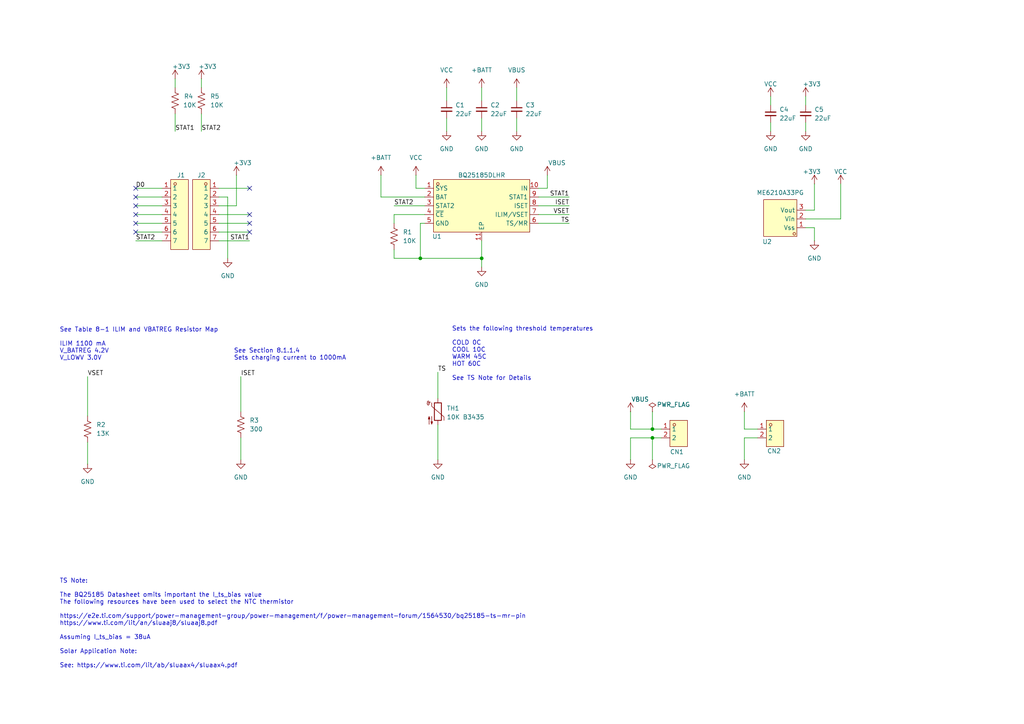
<source format=kicad_sch>
(kicad_sch (version 20250114) (generator "eeschema") (generator_version "9.0")
  (paper "A4")
  (lib_symbols
    (symbol "Device:C_Small" (pin_numbers (hide yes)) (pin_names (offset 0.254) (hide yes))
      (property "Reference" "C" (at 0.254 1.778 0))
      (property "Value" "C_Small" (at 0.254 -2.032 0))
      (symbol "C_Small_0_1"
        (polyline (pts (xy -1.524 0.508) (xy 1.524 0.508)) (stroke (width 0.3048)))
        (polyline (pts (xy -1.524 -0.508) (xy 1.524 -0.508)) (stroke (width 0.3302)))
      )
      (symbol "C_Small_1_1"
        (pin passive line (at 0 2.54 270) (length 2.032) (name "~") (number "1"))
        (pin passive line (at 0 -2.54 90) (length 2.032) (name "~") (number "2"))
      )
    )
    (symbol "Device:R_US" (pin_numbers (hide yes)) (pin_names (offset 0))
      (property "Reference" "R" (at 2.54 0 90))
      (property "Value" "R_US" (at -2.54 0 90))
      (symbol "R_US_0_1"
        (polyline (pts (xy 0 2.286) (xy 0 2.54)))
        (polyline (pts (xy 0 2.286) (xy 1.016 1.905) (xy 0 1.524) (xy -1.016 1.143) (xy 0 0.762)))
        (polyline (pts (xy 0 0.762) (xy 1.016 0.381) (xy 0 0) (xy -1.016 -0.381) (xy 0 -0.762)))
        (polyline (pts (xy 0 -0.762) (xy 1.016 -1.143) (xy 0 -1.524) (xy -1.016 -1.905) (xy 0 -2.286)))
        (polyline (pts (xy 0 -2.286) (xy 0 -2.54)))
      )
      (symbol "R_US_1_1"
        (pin passive line (at 0 3.81 270) (length 1.27) (name "~") (number "1"))
        (pin passive line (at 0 -3.81 90) (length 1.27) (name "~") (number "2"))
      )
    )
    (symbol "Device:Thermistor_NTC" (pin_numbers (hide yes)) (pin_names (offset 0))
      (property "Reference" "TH" (at -4.445 0 90))
      (property "Value" "Thermistor_NTC" (at 3.175 0 90))
      (symbol "Thermistor_NTC_0_1"
        (arc (start -3.175 2.413) (mid -3.0506 2.3165) (end -3.048 2.159))
        (arc (start -3.048 2.794) (mid -2.9736 2.9736) (end -2.794 3.048))
        (arc (start -2.794 3.048) (mid -2.6144 2.9736) (end -2.54 2.794))
        (arc (start -2.794 2.54) (mid -2.9736 2.6144) (end -3.048 2.794))
        (arc (start -2.794 1.905) (mid -2.9736 1.9794) (end -3.048 2.159))
        (arc (start -2.54 2.159) (mid -2.6144 1.9794) (end -2.794 1.905))
        (arc (start -2.159 2.794) (mid -2.434 2.5608) (end -2.794 2.54))
        (polyline (pts (xy -2.54 2.159) (xy -2.54 2.794)))
        (polyline (pts (xy -2.54 -3.683) (xy -2.54 -1.397) (xy -2.794 -2.159) (xy -2.286 -2.159) (xy -2.54 -1.397) (xy -2.54 -1.651)) (fill (type outline)))
        (polyline (pts (xy -1.778 2.54) (xy -1.778 1.524) (xy 1.778 -1.524) (xy 1.778 -2.54)))
        (polyline (pts (xy -1.778 -1.397) (xy -1.778 -3.683) (xy -2.032 -2.921) (xy -1.524 -2.921) (xy -1.778 -3.683) (xy -1.778 -3.429)) (fill (type outline)))
        (rectangle (start -1.016 2.54) (end 1.016 -2.54) (stroke (width 0.254)))
      )
      (symbol "Thermistor_NTC_1_1"
        (pin passive line (at 0 3.81 270) (length 1.27) (name "~") (number "1"))
        (pin passive line (at 0 -3.81 90) (length 1.27) (name "~") (number "2"))
      )
    )
    (symbol "easyeda2kicad:1165SDIG-07"
      (property "Reference" "H" (at 0 12.7 0))
      (property "Value" "1165SDIG-07" (at 0 -12.7 0))
      (symbol "1165SDIG-07_0_1"
        (rectangle (start -2.54 10.16) (end 2.54 -10.16) (fill (type background)))
        (circle (center -1.27 8.89) (radius 0.38))
      )
      (symbol "1165SDIG-07_1_1"
        (pin free line (at -5.08 7.62 0) (length 2.54) (name "1") (number "1"))
        (pin free line (at -5.08 5.08 0) (length 2.54) (name "2") (number "2"))
        (pin free line (at -5.08 2.54 0) (length 2.54) (name "3") (number "3"))
        (pin free line (at -5.08 0 0) (length 2.54) (name "4") (number "4"))
        (pin free line (at -5.08 -2.54 0) (length 2.54) (name "5") (number "5"))
        (pin free line (at -5.08 -5.08 0) (length 2.54) (name "6") (number "6"))
        (pin free line (at -5.08 -7.62 0) (length 2.54) (name "7") (number "7"))
      )
    )
    (symbol "easyeda2kicad:BQ25185DLHR"
      (property "Reference" "U" (at 0 10.16 0))
      (property "Value" "BQ25185DLHR" (at 0 -15.24 0))
      (symbol "BQ25185DLHR_0_1"
        (rectangle (start -13.97 7.62) (end 13.97 -7.62) (fill (type background)))
        (circle (center -12.7 6.35) (radius 0.38))
      )
      (symbol "BQ25185DLHR_1_1"
        (pin power_out line (at -16.51 5.08 0) (length 2.54) (name "SYS") (number "1"))
        (pin power_out line (at -16.51 2.54 0) (length 2.54) (name "BAT") (number "2"))
        (pin open_collector line (at -16.51 0 0) (length 2.54) (name "STAT2") (number "3"))
        (pin passive line (at -16.51 -2.54 0) (length 2.54) (name "~{CE}") (number "4"))
        (pin power_in line (at -16.51 -5.08 0) (length 2.54) (name "GND") (number "5"))
        (pin free line (at 0 -10.16 90) (length 2.54) (name "EP") (number "11"))
        (pin power_in line (at 16.51 5.08 180) (length 2.54) (name "IN") (number "10"))
        (pin open_collector line (at 16.51 2.54 180) (length 2.54) (name "STAT1") (number "9"))
        (pin passive line (at 16.51 0 180) (length 2.54) (name "ISET") (number "8"))
        (pin passive line (at 16.51 -2.54 180) (length 2.54) (name "ILIM/VSET") (number "7"))
        (pin passive line (at 16.51 -5.08 180) (length 2.54) (name "TS/MR") (number "6"))
      )
    )
    (symbol "easyeda2kicad:ME6210A33PG"
      (property "Reference" "U" (at 0 7.62 0))
      (property "Value" "ME6210A33PG" (at 0 -7.62 0))
      (symbol "ME6210A33PG_0_1"
        (rectangle (start -3.81 5.08) (end 5.84 -5.59) (fill (type background)))
        (circle (center -3.05 4.32) (radius 0.38))
      )
      (symbol "ME6210A33PG_1_1"
        (pin power_in line (at -6.35 2.54 0) (length 2.54) (name "Vss") (number "1"))
        (pin power_in line (at -6.35 0 0) (length 2.54) (name "Vin") (number "2"))
        (pin power_out line (at -6.35 -2.54 0) (length 2.54) (name "Vout") (number "3"))
      )
    )
    (symbol "easyeda2kicad:XY122V-5.08-2P"
      (property "Reference" "CN" (at 0 6.35 0))
      (property "Value" "XY122V-5.08-2P" (at 0 -6.35 0))
      (symbol "XY122V-5.08-2P_0_1"
        (rectangle (start -2.54 3.81) (end 2.54 -3.81) (fill (type background)))
        (circle (center -1.27 2.54) (radius 0.38))
      )
      (symbol "XY122V-5.08-2P_1_1"
        (pin free line (at -5.08 1.27 0) (length 2.54) (name "1") (number "1"))
        (pin free line (at -5.08 -1.27 0) (length 2.54) (name "2") (number "2"))
      )
    )
    (symbol "power:+3V3" (power) (pin_numbers (hide yes)) (pin_names (offset 0) (hide yes))
      (property "Value" "+3V3" (at 0 3.556 0))
      (symbol "+3V3_0_1"
        (polyline (pts (xy -0.762 1.27) (xy 0 2.54)))
        (polyline (pts (xy 0 2.54) (xy 0.762 1.27)))
        (polyline (pts (xy 0 0) (xy 0 2.54)))
      )
      (symbol "+3V3_1_1"
        (pin power_in line (at 0 0 90) (length 0) (name "~") (number "1"))
      )
    )
    (symbol "power:+BATT" (power) (pin_numbers (hide yes)) (pin_names (offset 0) (hide yes))
      (property "Value" "+BATT" (at 0 3.556 0))
      (symbol "+BATT_0_1"
        (polyline (pts (xy -0.762 1.27) (xy 0 2.54)))
        (polyline (pts (xy 0 2.54) (xy 0.762 1.27)))
        (polyline (pts (xy 0 0) (xy 0 2.54)))
      )
      (symbol "+BATT_1_1"
        (pin power_in line (at 0 0 90) (length 0) (name "~") (number "1"))
      )
    )
    (symbol "power:GND" (power) (pin_numbers (hide yes)) (pin_names (offset 0) (hide yes))
      (property "Value" "GND" (at 0 -3.81 0))
      (symbol "GND_0_1"
        (polyline (pts (xy 0 0) (xy 0 -1.27) (xy 1.27 -1.27) (xy 0 -2.54) (xy -1.27 -1.27) (xy 0 -1.27)))
      )
      (symbol "GND_1_1"
        (pin power_in line (at 0 0 270) (length 0) (name "~") (number "1"))
      )
    )
    (symbol "power:PWR_FLAG" (power) (pin_numbers (hide yes)) (pin_names (offset 0) (hide yes))
      (property "Value" "PWR_FLAG" (at 0 3.81 0))
      (symbol "PWR_FLAG_0_0"
        (pin power_out line (at 0 0 90) (length 0) (name "~") (number "1"))
      )
      (symbol "PWR_FLAG_0_1"
        (polyline (pts (xy 0 0) (xy 0 1.27) (xy -1.016 1.905) (xy 0 2.54) (xy 1.016 1.905) (xy 0 1.27)))
      )
    )
    (symbol "power:VBUS" (power) (pin_numbers (hide yes)) (pin_names (offset 0) (hide yes))
      (property "Value" "VBUS" (at 0 3.556 0))
      (symbol "VBUS_0_1"
        (polyline (pts (xy -0.762 1.27) (xy 0 2.54)))
        (polyline (pts (xy 0 2.54) (xy 0.762 1.27)))
        (polyline (pts (xy 0 0) (xy 0 2.54)))
      )
      (symbol "VBUS_1_1"
        (pin power_in line (at 0 0 90) (length 0) (name "~") (number "1"))
      )
    )
    (symbol "power:VCC" (power) (pin_numbers (hide yes)) (pin_names (offset 0) (hide yes))
      (property "Value" "VCC" (at 0 3.556 0))
      (symbol "VCC_0_1"
        (polyline (pts (xy -0.762 1.27) (xy 0 2.54)))
        (polyline (pts (xy 0 2.54) (xy 0.762 1.27)))
        (polyline (pts (xy 0 0) (xy 0 2.54)))
      )
      (symbol "VCC_1_1"
        (pin power_in line (at 0 0 90) (length 0) (name "~") (number "1"))
      )
    )
  )
  (text "TS Note:\n\nThe BQ25185 Datasheet omits important the I_ts_bias value\nThe following resources have been used to select the NTC thermistor\n\nhttps://e2e.ti.com/support/power-management-group/power-management/f/power-management-forum/1564530/bq25185-ts-mr-pin\nhttps://www.ti.com/lit/an/sluaaj8/sluaaj8.pdf\n\nAssuming I_ts_bias = 38uA\n\nSolar Application Note:\n\nSee: https://www.ti.com/lit/ab/sluaax4/sluaax4.pdf" (at 17.272 180.848 0) (effects (font (size 1.27 1.27)) (justify left)))
  (text "See Section 8.1.1.4\nSets charging current to 1000mA" (at 67.818 102.87 0) (effects (font (size 1.27 1.27)) (justify left)))
  (text "Sets the following threshold temperatures\n\nCOLD 0C\nCOOL 10C\nWARM 45C\nHOT 60C\n\nSee TS Note for Details" (at 131.064 102.616 0) (effects (font (size 1.27 1.27)) (justify left)))
  (text "See Table 8-1 ILIM and VBATREG Resistor Map\n\nILIM 1100 mA\nV_BATREG 4.2V\nV_LOWV 3.0V" (at 17.272 99.822 0) (effects (font (size 1.27 1.27)) (justify left)))
  (junction (at 189.23 124.46))
  (junction (at 189.23 127))
  (junction (at 121.92 74.93))
  (junction (at 139.7 74.93))
  (no_connect (at 39.37 67.31))
  (no_connect (at 72.39 62.23))
  (no_connect (at 39.37 64.77))
  (no_connect (at 39.37 62.23))
  (no_connect (at 39.37 57.15))
  (no_connect (at 39.37 54.61))
  (no_connect (at 72.39 67.31))
  (no_connect (at 72.39 64.77))
  (no_connect (at 72.39 54.61))
  (no_connect (at 39.37 59.69))
  (wire (pts (xy 114.3 62.23) (xy 123.19 62.23)))
  (wire (pts (xy 156.21 59.69) (xy 165.1 59.69)))
  (wire (pts (xy 215.9 127) (xy 215.9 133.35)))
  (wire (pts (xy 149.86 34.29) (xy 149.86 38.1)))
  (wire (pts (xy 68.58 50.8) (xy 68.58 59.69)))
  (wire (pts (xy 156.21 57.15) (xy 165.1 57.15)))
  (wire (pts (xy 25.4 109.22) (xy 25.4 120.65)))
  (wire (pts (xy 121.92 74.93) (xy 139.7 74.93)))
  (wire (pts (xy 25.4 128.27) (xy 25.4 134.62)))
  (wire (pts (xy 123.19 54.61) (xy 120.65 54.61)))
  (wire (pts (xy 114.3 59.69) (xy 123.19 59.69)))
  (wire (pts (xy 182.88 127) (xy 182.88 133.35)))
  (wire (pts (xy 156.21 54.61) (xy 158.75 54.61)))
  (wire (pts (xy 127 107.95) (xy 127 115.57)))
  (wire (pts (xy 156.21 62.23) (xy 165.1 62.23)))
  (wire (pts (xy 219.71 124.46) (xy 215.9 124.46)))
  (wire (pts (xy 189.23 119.38) (xy 189.23 124.46)))
  (wire (pts (xy 66.04 57.15) (xy 66.04 74.93)))
  (wire (pts (xy 191.77 124.46) (xy 189.23 124.46)))
  (wire (pts (xy 219.71 127) (xy 215.9 127)))
  (wire (pts (xy 139.7 69.85) (xy 139.7 74.93)))
  (wire (pts (xy 149.86 25.4) (xy 149.86 29.21)))
  (wire (pts (xy 233.68 63.5) (xy 243.84 63.5)))
  (wire (pts (xy 189.23 124.46) (xy 182.88 124.46)))
  (wire (pts (xy 63.5 62.23) (xy 72.39 62.23)))
  (wire (pts (xy 50.8 22.86) (xy 50.8 25.4)))
  (wire (pts (xy 129.54 25.4) (xy 129.54 29.21)))
  (wire (pts (xy 39.37 57.15) (xy 46.99 57.15)))
  (wire (pts (xy 121.92 64.77) (xy 121.92 74.93)))
  (wire (pts (xy 63.5 59.69) (xy 68.58 59.69)))
  (wire (pts (xy 120.65 50.8) (xy 120.65 54.61)))
  (wire (pts (xy 182.88 127) (xy 189.23 127)))
  (wire (pts (xy 123.19 64.77) (xy 121.92 64.77)))
  (wire (pts (xy 189.23 127) (xy 189.23 133.35)))
  (wire (pts (xy 139.7 25.4) (xy 139.7 29.21)))
  (wire (pts (xy 233.68 66.04) (xy 236.22 66.04)))
  (wire (pts (xy 233.68 27.94) (xy 233.68 30.48)))
  (wire (pts (xy 39.37 67.31) (xy 46.99 67.31)))
  (wire (pts (xy 236.22 66.04) (xy 236.22 69.85)))
  (wire (pts (xy 39.37 64.77) (xy 46.99 64.77)))
  (wire (pts (xy 158.75 50.8) (xy 158.75 54.61)))
  (wire (pts (xy 63.5 67.31) (xy 72.39 67.31)))
  (wire (pts (xy 223.52 27.94) (xy 223.52 30.48)))
  (wire (pts (xy 129.54 34.29) (xy 129.54 38.1)))
  (wire (pts (xy 114.3 72.39) (xy 114.3 74.93)))
  (wire (pts (xy 58.42 22.86) (xy 58.42 25.4)))
  (wire (pts (xy 69.85 109.22) (xy 69.85 119.38)))
  (wire (pts (xy 114.3 62.23) (xy 114.3 64.77)))
  (wire (pts (xy 236.22 53.34) (xy 236.22 60.96)))
  (wire (pts (xy 233.68 35.56) (xy 233.68 38.1)))
  (wire (pts (xy 50.8 33.02) (xy 50.8 38.1)))
  (wire (pts (xy 63.5 69.85) (xy 72.39 69.85)))
  (wire (pts (xy 156.21 64.77) (xy 165.1 64.77)))
  (wire (pts (xy 191.77 127) (xy 189.23 127)))
  (wire (pts (xy 233.68 60.96) (xy 236.22 60.96)))
  (wire (pts (xy 63.5 64.77) (xy 72.39 64.77)))
  (wire (pts (xy 139.7 74.93) (xy 139.7 77.47)))
  (wire (pts (xy 39.37 69.85) (xy 46.99 69.85)))
  (wire (pts (xy 123.19 57.15) (xy 110.49 57.15)))
  (wire (pts (xy 182.88 119.38) (xy 182.88 124.46)))
  (wire (pts (xy 243.84 53.34) (xy 243.84 63.5)))
  (wire (pts (xy 139.7 34.29) (xy 139.7 38.1)))
  (wire (pts (xy 223.52 35.56) (xy 223.52 38.1)))
  (wire (pts (xy 39.37 54.61) (xy 46.99 54.61)))
  (wire (pts (xy 58.42 33.02) (xy 58.42 38.1)))
  (wire (pts (xy 69.85 127) (xy 69.85 133.35)))
  (wire (pts (xy 215.9 119.38) (xy 215.9 124.46)))
  (wire (pts (xy 114.3 74.93) (xy 121.92 74.93)))
  (wire (pts (xy 127 123.19) (xy 127 133.35)))
  (wire (pts (xy 39.37 62.23) (xy 46.99 62.23)))
  (wire (pts (xy 63.5 57.15) (xy 66.04 57.15)))
  (wire (pts (xy 63.5 54.61) (xy 72.39 54.61)))
  (wire (pts (xy 39.37 59.69) (xy 46.99 59.69)))
  (wire (pts (xy 110.49 50.8) (xy 110.49 57.15)))
  (label "ISET" (at 165.1 59.69 180))
  (label "TS" (at 165.1 64.77 180))
  (label "ISET" (at 69.85 109.22 0))
  (label "TS" (at 127 107.95 0))
  (label "STAT1" (at 50.8 38.1 0))
  (label "STAT1" (at 165.1 57.15 180))
  (label "STAT2" (at 39.37 69.85 0))
  (label "D0" (at 39.37 54.61 0))
  (label "VSET" (at 165.1 62.23 180))
  (label "STAT2" (at 114.3 59.69 0))
  (label "STAT1" (at 72.39 69.85 180))
  (label "VSET" (at 25.4 109.22 0))
  (label "STAT2" (at 58.42 38.1 0))
  (symbol (lib_id "power:GND") (at 215.9 133.35 0) (unit 1)
    (property "Reference" "#PWR025" (effects (hide yes)))
    (property "Value" "GND" (at 215.9 138.43 0))
    (property "Description" "Power symbol creates a global label with name \"GND\" , ground" (effects (hide yes)))
  )
  (symbol (lib_id "power:+3V3") (at 236.22 53.34 0) (unit 1)
    (property "Reference" "#PWR023" (effects (hide yes)))
    (property "Value" "+3V3" (at 235.458 49.784 0))
    (property "Description" "Power symbol creates a global label with name \"+3V3\"" (effects (hide yes)))
  )
  (symbol (lib_id "power:VBUS") (at 149.86 25.4 0) (unit 1)
    (property "Reference" "#PWR08" (effects (hide yes)))
    (property "Value" "VBUS" (at 149.86 20.32 0))
    (property "Description" "Power symbol creates a global label with name \"VBUS\"" (effects (hide yes)))
  )
  (symbol (lib_id "power:PWR_FLAG") (at 189.23 133.35 180) (unit 1)
    (property "Reference" "#FLG01" (effects (hide yes)))
    (property "Value" "PWR_FLAG" (at 200.152 135.128 0) (effects (justify left)))
    (property "Description" "Special symbol for telling ERC where power comes from" (effects (hide yes)))
  )
  (symbol (lib_id "power:+BATT") (at 215.9 119.38 0) (unit 1)
    (property "Reference" "#PWR028" (effects (hide yes)))
    (property "Value" "+BATT" (at 215.9 114.3 0))
    (property "Description" "Power symbol creates a global label with name \"+BATT\"" (effects (hide yes)))
  )
  (symbol (lib_id "power:GND") (at 139.7 38.1 0) (unit 1)
    (property "Reference" "#PWR06" (effects (hide yes)))
    (property "Value" "GND" (at 139.7 43.18 0))
    (property "Description" "Power symbol creates a global label with name \"GND\" , ground" (effects (hide yes)))
  )
  (symbol (lib_id "power:GND") (at 149.86 38.1 0) (unit 1)
    (property "Reference" "#PWR09" (effects (hide yes)))
    (property "Value" "GND" (at 149.86 43.18 0))
    (property "Description" "Power symbol creates a global label with name \"GND\" , ground" (effects (hide yes)))
  )
  (symbol (lib_id "Device:R_US") (at 69.85 123.19 0) (unit 1)
    (property "Reference" "R3" (at 72.39 121.9199 0) (effects (justify left)))
    (property "Value" "300" (at 72.39 124.4599 0) (effects (justify left)))
    (property "Footprint" "Resistor_SMD:R_0603_1608Metric" (effects (hide yes)))
    (property "Description" "Resistor, US symbol" (effects (hide yes)))
    (property "JLCPCB PN" "C23025" (effects (hide yes)))
  )
  (symbol (lib_id "easyeda2kicad:1165SDIG-07") (at 58.42 62.23 0) (mirror y) (unit 1)
    (property "Reference" "J2" (at 58.42 50.8 0))
    (property "Value" "1165SDIG-07" (effects (hide yes)))
    (property "Footprint" "easyeda2kicad:HDR-TH_7P-P2.54-V-F" (effects (hide yes)))
    (property "LCSC Part" "C2886701" (effects (hide yes)))
    (property "JLCPCB PN" "C2886701" (effects (hide yes)))
  )
  (symbol (lib_id "power:+3V3") (at 50.8 22.86 0) (unit 1)
    (property "Reference" "#PWR016" (effects (hide yes)))
    (property "Value" "+3V3" (at 52.578 19.304 0))
    (property "Description" "Power symbol creates a global label with name \"+3V3\"" (effects (hide yes)))
  )
  (symbol (lib_id "Device:C_Small") (at 149.86 31.75 0) (unit 1)
    (property "Reference" "C3" (at 152.4 30.4862 0) (effects (justify left)))
    (property "Value" "22uF" (at 152.4 33.0262 0) (effects (justify left)))
    (property "Footprint" "Capacitor_SMD:C_0805_2012Metric" (effects (hide yes)))
    (property "Description" "Unpolarized capacitor, small symbol" (effects (hide yes)))
    (property "JLCPCB PN" "C318688" (effects (hide yes)))
  )
  (symbol (lib_id "power:GND") (at 233.68 38.1 0) (unit 1)
    (property "Reference" "#PWR020" (effects (hide yes)))
    (property "Value" "GND" (at 233.68 43.18 0))
    (property "Description" "Power symbol creates a global label with name \"GND\" , ground" (effects (hide yes)))
  )
  (symbol (lib_id "Device:R_US") (at 25.4 124.46 0) (unit 1)
    (property "Reference" "R2" (at 27.94 123.1899 0) (effects (justify left)))
    (property "Value" "13K" (at 27.94 125.7299 0) (effects (justify left)))
    (property "Footprint" "Resistor_SMD:R_0603_1608Metric" (effects (hide yes)))
    (property "Description" "Resistor, US symbol" (effects (hide yes)))
    (property "JLCPCB PN" "C22797" (effects (hide yes)))
  )
  (symbol (lib_id "Device:Thermistor_NTC") (at 127 119.38 0) (unit 1)
    (property "Reference" "TH1" (at 129.54 118.4274 0) (effects (justify left)))
    (property "Value" "10K B3435" (at 129.54 120.9674 0) (effects (justify left)))
    (property "Footprint" "Resistor_SMD:R_0603_1608Metric" (effects (hide yes)))
    (property "Description" "Temperature dependent resistor, negative temperature coefficient" (effects (hide yes)))
    (property "JLCPCB PN" "C153011" (effects (hide yes)))
  )
  (symbol (lib_id "easyeda2kicad:1165SDIG-07") (at 52.07 62.23 0) (unit 1)
    (property "Reference" "J1" (at 51.308 50.8 0) (effects (justify left)))
    (property "Value" "1165SDIG-07" (effects (hide yes)))
    (property "Footprint" "easyeda2kicad:HDR-TH_7P-P2.54-V-F" (effects (hide yes)))
    (property "LCSC Part" "C2886701" (effects (hide yes)))
    (property "JLCPCB PN" "C2886701" (effects (hide yes)))
  )
  (symbol (lib_id "power:+3V3") (at 233.68 27.94 0) (unit 1)
    (property "Reference" "#PWR018" (effects (hide yes)))
    (property "Value" "+3V3" (at 235.458 24.384 0))
    (property "Description" "Power symbol creates a global label with name \"+3V3\"" (effects (hide yes)))
  )
  (symbol (lib_id "Device:C_Small") (at 233.68 33.02 0) (unit 1)
    (property "Reference" "C5" (at 236.22 31.7562 0) (effects (justify left)))
    (property "Value" "22uF" (at 236.22 34.2962 0) (effects (justify left)))
    (property "Footprint" "Capacitor_SMD:C_0805_2012Metric" (effects (hide yes)))
    (property "Description" "Unpolarized capacitor, small symbol" (effects (hide yes)))
    (property "JLCPCB PN" "C318688" (effects (hide yes)))
  )
  (symbol (lib_id "power:GND") (at 139.7 77.47 0) (unit 1)
    (property "Reference" "#PWR03" (effects (hide yes)))
    (property "Value" "GND" (at 139.7 82.55 0))
    (property "Description" "Power symbol creates a global label with name \"GND\" , ground" (effects (hide yes)))
  )
  (symbol (lib_id "power:+3V3") (at 58.42 22.86 0) (unit 1)
    (property "Reference" "#PWR017" (effects (hide yes)))
    (property "Value" "+3V3" (at 60.198 19.304 0))
    (property "Description" "Power symbol creates a global label with name \"+3V3\"" (effects (hide yes)))
  )
  (symbol (lib_id "power:+3V3") (at 68.58 50.8 0) (unit 1)
    (property "Reference" "#PWR015" (effects (hide yes)))
    (property "Value" "+3V3" (at 70.358 47.244 0))
    (property "Description" "Power symbol creates a global label with name \"+3V3\"" (effects (hide yes)))
  )
  (symbol (lib_id "power:GND") (at 25.4 134.62 0) (unit 1)
    (property "Reference" "#PWR014" (effects (hide yes)))
    (property "Value" "GND" (at 25.4 139.7 0))
    (property "Description" "Power symbol creates a global label with name \"GND\" , ground" (effects (hide yes)))
  )
  (symbol (lib_id "Device:C_Small") (at 223.52 33.02 0) (unit 1)
    (property "Reference" "C4" (at 226.06 31.7562 0) (effects (justify left)))
    (property "Value" "22uF" (at 226.06 34.2962 0) (effects (justify left)))
    (property "Footprint" "Capacitor_SMD:C_0805_2012Metric" (effects (hide yes)))
    (property "Description" "Unpolarized capacitor, small symbol" (effects (hide yes)))
    (property "JLCPCB PN" "C318688" (effects (hide yes)))
  )
  (symbol (lib_id "power:VCC") (at 120.65 50.8 0) (unit 1)
    (property "Reference" "#PWR010" (effects (hide yes)))
    (property "Value" "VCC" (at 120.65 45.72 0))
    (property "Description" "Power symbol creates a global label with name \"VCC\"" (effects (hide yes)))
  )
  (symbol (lib_id "easyeda2kicad:ME6210A33PG") (at 227.33 63.5 180) (unit 1)
    (property "Reference" "U2" (at 222.504 70.104 0))
    (property "Value" "ME6210A33PG" (at 226.315 55.88 0))
    (property "Footprint" "easyeda2kicad:SOT-89_L4.5-W2.5-P1.50-LS4.2-BR" (effects (hide yes)))
    (property "Datasheet" "https://lcsc.com/product-detail/Low-Dropout-Regulators-LDO_ME6210A33PG_C85233.html" (effects (hide yes)))
    (property "LCSC Part" "C85233" (effects (hide yes)))
    (property "JLCPCB PN" "C85233" (effects (hide yes)))
  )
  (symbol (lib_id "power:VCC") (at 223.52 27.94 0) (unit 1)
    (property "Reference" "#PWR019" (effects (hide yes)))
    (property "Value" "VCC" (at 223.52 24.384 0))
    (property "Description" "Power symbol creates a global label with name \"VCC\"" (effects (hide yes)))
  )
  (symbol (lib_id "power:GND") (at 69.85 133.35 0) (unit 1)
    (property "Reference" "#PWR024" (effects (hide yes)))
    (property "Value" "GND" (at 69.85 138.43 0))
    (property "Description" "Power symbol creates a global label with name \"GND\" , ground" (effects (hide yes)))
  )
  (symbol (lib_id "power:VBUS") (at 158.75 50.8 0) (unit 1)
    (property "Reference" "#PWR012" (effects (hide yes)))
    (property "Value" "VBUS" (at 161.544 47.244 0))
    (property "Description" "Power symbol creates a global label with name \"VBUS\"" (effects (hide yes)))
  )
  (symbol (lib_id "power:VCC") (at 129.54 25.4 0) (unit 1)
    (property "Reference" "#PWR04" (effects (hide yes)))
    (property "Value" "VCC" (at 129.54 20.32 0))
    (property "Description" "Power symbol creates a global label with name \"VCC\"" (effects (hide yes)))
  )
  (symbol (lib_id "power:GND") (at 129.54 38.1 0) (unit 1)
    (property "Reference" "#PWR07" (effects (hide yes)))
    (property "Value" "GND" (at 129.54 43.18 0))
    (property "Description" "Power symbol creates a global label with name \"GND\" , ground" (effects (hide yes)))
  )
  (symbol (lib_id "easyeda2kicad:XY122V-5.08-2P") (at 196.85 125.73 0) (unit 1)
    (property "Reference" "CN1" (at 194.31 131.064 0) (effects (justify left)))
    (property "Value" "XY122V-5.08-2P" (effects (hide yes)))
    (property "Footprint" "easyeda2kicad:CONN-TH_XY122V-5.08-2P" (effects (hide yes)))
    (property "Datasheet" "https://lcsc.com/product-detail/Spring-Clamp-System-Terminal-Block_Ningbo-Xinlaiya-Elec-XY122V-5-08-2P_C784937.html" (effects (hide yes)))
    (property "LCSC Part" "C784937" (effects (hide yes)))
    (property "JLCPCB PN" "C784937" (effects (hide yes)))
  )
  (symbol (lib_id "power:GND") (at 223.52 38.1 0) (unit 1)
    (property "Reference" "#PWR022" (effects (hide yes)))
    (property "Value" "GND" (at 223.52 43.18 0))
    (property "Description" "Power symbol creates a global label with name \"GND\" , ground" (effects (hide yes)))
  )
  (symbol (lib_id "power:PWR_FLAG") (at 189.23 119.38 0) (unit 1)
    (property "Reference" "#FLG03" (effects (hide yes)))
    (property "Value" "PWR_FLAG" (at 190.5 117.348 0) (effects (justify left)))
    (property "Description" "Special symbol for telling ERC where power comes from" (effects (hide yes)))
  )
  (symbol (lib_id "power:GND") (at 127 133.35 0) (unit 1)
    (property "Reference" "#PWR029" (effects (hide yes)))
    (property "Value" "GND" (at 127 138.43 0))
    (property "Description" "Power symbol creates a global label with name \"GND\" , ground" (effects (hide yes)))
  )
  (symbol (lib_id "power:GND") (at 182.88 133.35 0) (unit 1)
    (property "Reference" "#PWR026" (effects (hide yes)))
    (property "Value" "GND" (at 182.88 138.43 0))
    (property "Description" "Power symbol creates a global label with name \"GND\" , ground" (effects (hide yes)))
  )
  (symbol (lib_id "easyeda2kicad:XY122V-5.08-2P") (at 224.79 125.73 0) (unit 1)
    (property "Reference" "CN2" (at 222.504 130.81 0) (effects (justify left)))
    (property "Value" "XY122V-5.08-2P" (effects (hide yes)))
    (property "Footprint" "easyeda2kicad:CONN-TH_XY122V-5.08-2P" (effects (hide yes)))
    (property "Datasheet" "https://lcsc.com/product-detail/Spring-Clamp-System-Terminal-Block_Ningbo-Xinlaiya-Elec-XY122V-5-08-2P_C784937.html" (effects (hide yes)))
    (property "LCSC Part" "C784937" (effects (hide yes)))
    (property "JLCPCB PN" "C784937" (effects (hide yes)))
  )
  (symbol (lib_id "power:+BATT") (at 139.7 25.4 0) (unit 1)
    (property "Reference" "#PWR05" (effects (hide yes)))
    (property "Value" "+BATT" (at 139.7 20.32 0))
    (property "Description" "Power symbol creates a global label with name \"+BATT\"" (effects (hide yes)))
  )
  (symbol (lib_id "power:VCC") (at 243.84 53.34 0) (unit 1)
    (property "Reference" "#PWR021" (effects (hide yes)))
    (property "Value" "VCC" (at 243.84 49.784 0))
    (property "Description" "Power symbol creates a global label with name \"VCC\"" (effects (hide yes)))
  )
  (symbol (lib_id "Device:C_Small") (at 139.7 31.75 0) (unit 1)
    (property "Reference" "C2" (at 142.24 30.4862 0) (effects (justify left)))
    (property "Value" "22uF" (at 142.24 33.0262 0) (effects (justify left)))
    (property "Footprint" "Capacitor_SMD:C_0805_2012Metric" (effects (hide yes)))
    (property "Description" "Unpolarized capacitor, small symbol" (effects (hide yes)))
    (property "JLCPCB PN" "C318688" (effects (hide yes)))
  )
  (symbol (lib_id "easyeda2kicad:BQ25185DLHR") (at 139.7 59.69 0) (unit 1)
    (property "Reference" "U1" (at 126.746 68.58 0))
    (property "Value" "BQ25185DLHR" (at 139.7 50.8 0))
    (property "Footprint" "easyeda2kicad:WSON-10_L2.2-W2.0-P0.40-BL-EP_TI_DLH0010A" (effects (hide yes)))
    (property "LCSC Part" "C19725033" (effects (hide yes)))
    (property "JLCPCB PN" "C19725033" (effects (hide yes)))
  )
  (symbol (lib_id "Device:R_US") (at 114.3 68.58 0) (unit 1)
    (property "Reference" "R1" (at 116.84 67.3099 0) (effects (justify left)))
    (property "Value" "10K" (at 116.84 69.8499 0) (effects (justify left)))
    (property "Footprint" "Resistor_SMD:R_0603_1608Metric" (effects (hide yes)))
    (property "Description" "Resistor, US symbol" (effects (hide yes)))
    (property "JLCPCB PN" "C25804" (effects (hide yes)))
  )
  (symbol (lib_id "power:GND") (at 66.04 74.93 0) (unit 1)
    (property "Reference" "#PWR01" (effects (hide yes)))
    (property "Value" "GND" (at 66.04 80.01 0))
    (property "Description" "Power symbol creates a global label with name \"GND\" , ground" (effects (hide yes)))
  )
  (symbol (lib_id "power:VBUS") (at 182.88 119.38 0) (unit 1)
    (property "Reference" "#PWR027" (effects (hide yes)))
    (property "Value" "VBUS" (at 185.674 115.824 0))
    (property "Description" "Power symbol creates a global label with name \"VBUS\"" (effects (hide yes)))
  )
  (symbol (lib_id "Device:C_Small") (at 129.54 31.75 0) (unit 1)
    (property "Reference" "C1" (at 132.08 30.4862 0) (effects (justify left)))
    (property "Value" "22uF" (at 132.08 33.0262 0) (effects (justify left)))
    (property "Footprint" "Capacitor_SMD:C_0805_2012Metric" (effects (hide yes)))
    (property "Description" "Unpolarized capacitor, small symbol" (effects (hide yes)))
    (property "JLCPCB PN" "C318688" (effects (hide yes)))
  )
  (symbol (lib_id "power:+BATT") (at 110.49 50.8 0) (unit 1)
    (property "Reference" "#PWR011" (effects (hide yes)))
    (property "Value" "+BATT" (at 110.49 45.72 0))
    (property "Description" "Power symbol creates a global label with name \"+BATT\"" (effects (hide yes)))
  )
  (symbol (lib_id "Device:R_US") (at 50.8 29.21 0) (unit 1)
    (property "Reference" "R4" (at 53.34 27.9399 0) (effects (justify left)))
    (property "Value" "10K" (at 53.086 30.48 0) (effects (justify left)))
    (property "Footprint" "Resistor_SMD:R_0603_1608Metric" (effects (hide yes)))
    (property "Description" "Resistor, US symbol" (effects (hide yes)))
    (property "JLCPCB PN" "C25804" (effects (hide yes)))
  )
  (symbol (lib_id "Device:R_US") (at 58.42 29.21 0) (unit 1)
    (property "Reference" "R5" (at 60.96 27.9399 0) (effects (justify left)))
    (property "Value" "10K" (at 60.96 30.4799 0) (effects (justify left)))
    (property "Footprint" "Resistor_SMD:R_0603_1608Metric" (effects (hide yes)))
    (property "Description" "Resistor, US symbol" (effects (hide yes)))
    (property "JLCPCB PN" "C25804" (effects (hide yes)))
  )
  (symbol (lib_id "power:GND") (at 236.22 69.85 0) (unit 1)
    (property "Reference" "#PWR013" (effects (hide yes)))
    (property "Value" "GND" (at 236.22 74.93 0))
    (property "Description" "Power symbol creates a global label with name \"GND\" , ground" (effects (hide yes)))
  )
)
</source>
